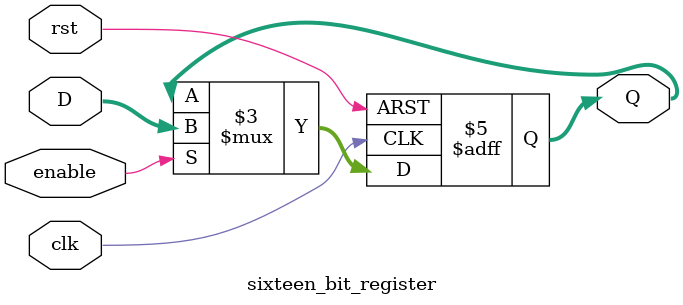
<source format=v>
module sixteen_bit_register(D, enable, clk, rst, Q);
	input [15:0] D;
	input enable, clk, rst;
	output reg[15:0] Q;

	always @(posedge clk or posedge rst) begin
		if (rst == 1'b1)
			Q <= 16'b0000000000000000;
		else if(enable)
			Q <= D;
	end
endmodule

</source>
